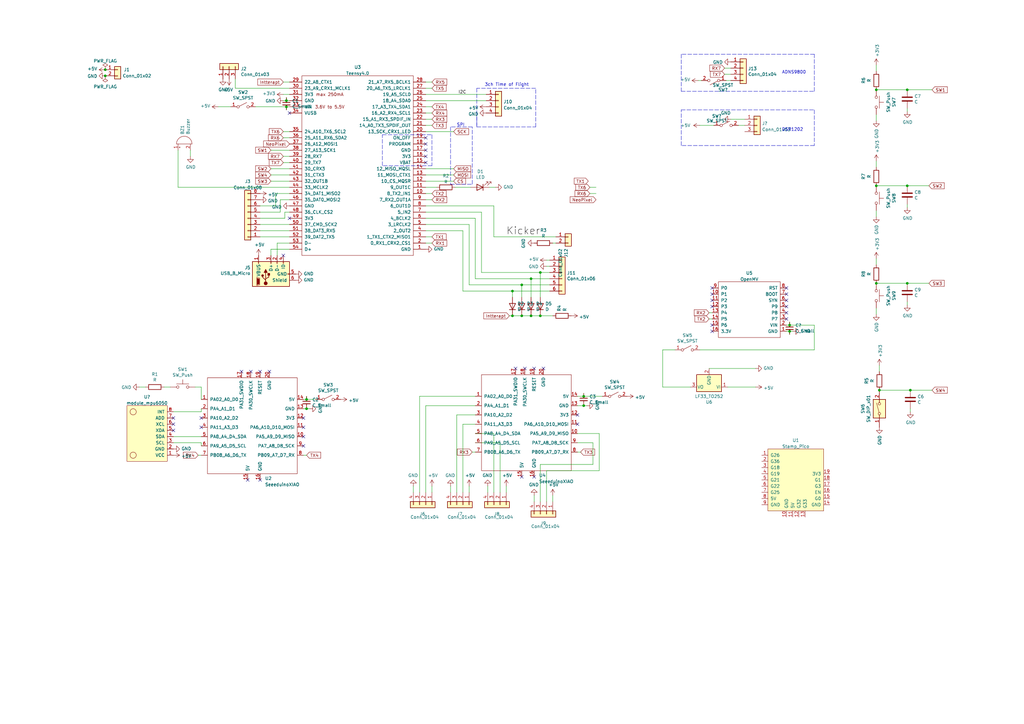
<source format=kicad_sch>
(kicad_sch (version 20211123) (generator eeschema)
  (paper "A3")
  (junction (at 217.805 129.54))
  (junction (at 372.11 36.83))
  (junction (at 43.18 31.115))
  (junction (at 373.38 160.02))
  (junction (at 210.185 129.54))
  (junction (at 213.995 116.84))
  (junction (at 372.11 116.205))
  (junction (at 359.41 36.83))
  (junction (at 221.615 111.76))
  (junction (at 125.73 167.64))
  (junction (at 217.805 114.3))
  (junction (at 125.73 163.83))
  (junction (at 360.68 160.02))
  (junction (at 117.475 43.815))
  (junction (at 359.41 76.2))
  (junction (at 213.995 129.54))
  (junction (at 221.615 129.54))
  (junction (at 210.185 119.38))
  (junction (at 239.395 166.37))
  (junction (at 323.85 135.89))
  (junction (at 43.18 28.575))
  (junction (at 323.85 133.35))
  (junction (at 117.475 41.275))
  (junction (at 239.395 162.56))
  (junction (at 359.41 116.205))
  (junction (at 372.11 76.2))
  (no_connect (at 118.745 89.535))
  (no_connect (at 292.1 135.89))
  (no_connect (at 124.46 179.07))
  (no_connect (at 99.06 152.4))
  (no_connect (at 118.745 46.355))
  (no_connect (at 174.625 64.135))
  (no_connect (at 292.1 120.65))
  (no_connect (at 106.68 152.4))
  (no_connect (at 236.855 173.99))
  (no_connect (at 213.995 195.58))
  (no_connect (at 222.885 151.13))
  (no_connect (at 219.075 151.13))
  (no_connect (at 101.6 196.85))
  (no_connect (at 322.58 118.11))
  (no_connect (at 322.58 128.27))
  (no_connect (at 116.205 104.775))
  (no_connect (at 322.58 125.73))
  (no_connect (at 71.12 176.53))
  (no_connect (at 174.625 56.515))
  (no_connect (at 124.46 182.88))
  (no_connect (at 292.1 123.19))
  (no_connect (at 292.1 133.35))
  (no_connect (at 174.625 61.595))
  (no_connect (at 124.46 171.45))
  (no_connect (at 102.87 152.4))
  (no_connect (at 322.58 120.65))
  (no_connect (at 292.1 118.11))
  (no_connect (at 236.855 170.18))
  (no_connect (at 124.46 175.26))
  (no_connect (at 110.49 152.4))
  (no_connect (at 82.55 171.45))
  (no_connect (at 322.58 123.19))
  (no_connect (at 211.455 151.13))
  (no_connect (at 106.68 196.85))
  (no_connect (at 71.12 171.45))
  (no_connect (at 219.075 195.58))
  (no_connect (at 71.12 173.99))
  (no_connect (at 322.58 130.81))
  (no_connect (at 174.625 59.055))
  (no_connect (at 292.1 125.73))
  (no_connect (at 82.55 175.26))
  (no_connect (at 215.265 151.13))
  (no_connect (at 174.625 66.675))
  (wire (pts (xy 287.02 51.435) (xy 292.735 51.435)))
  (wire (pts (xy 89.535 43.815) (xy 94.615 43.815)))
  (wire (pts (xy 177.165 51.435) (xy 174.625 51.435)))
  (wire (pts (xy 302.895 51.435) (xy 305.435 51.435)))
  (wire (pts (xy 116.205 53.975) (xy 118.745 53.975)))
  (wire (pts (xy 194.945 89.535) (xy 194.945 114.3)))
  (wire (pts (xy 82.55 182.88) (xy 82.55 181.61)))
  (wire (pts (xy 213.995 129.54) (xy 217.805 129.54)))
  (wire (pts (xy 174.625 94.615) (xy 189.865 94.615)))
  (wire (pts (xy 243.205 190.5) (xy 243.205 181.61)))
  (wire (pts (xy 189.865 201.93) (xy 189.865 173.99)))
  (wire (pts (xy 177.165 46.355) (xy 174.625 46.355)))
  (wire (pts (xy 236.855 162.56) (xy 239.395 162.56)))
  (polyline (pts (xy 156.845 67.945) (xy 156.845 55.245)))
  (wire (pts (xy 226.695 205.74) (xy 226.695 203.2)))
  (wire (pts (xy 125.73 167.64) (xy 124.46 167.64)))
  (wire (pts (xy 96.52 36.195) (xy 118.745 36.195)))
  (wire (pts (xy 174.625 48.895) (xy 177.165 48.895)))
  (wire (pts (xy 187.325 170.18) (xy 187.325 201.93)))
  (polyline (pts (xy 177.165 67.945) (xy 156.845 67.945)))
  (polyline (pts (xy 219.71 52.07) (xy 219.71 36.195)))
  (wire (pts (xy 174.625 84.455) (xy 202.565 84.455)))
  (wire (pts (xy 221.615 121.92) (xy 221.615 111.76)))
  (wire (pts (xy 174.625 99.695) (xy 177.165 99.695)))
  (wire (pts (xy 71.12 179.07) (xy 82.55 179.07)))
  (wire (pts (xy 224.155 205.74) (xy 224.155 193.04)))
  (wire (pts (xy 290.83 128.27) (xy 292.1 128.27)))
  (wire (pts (xy 241.935 79.375) (xy 244.475 79.375)))
  (wire (pts (xy 116.205 33.655) (xy 118.745 33.655)))
  (polyline (pts (xy 279.4 59.69) (xy 279.4 45.085)))
  (wire (pts (xy 359.41 88.9) (xy 359.41 86.36)))
  (wire (pts (xy 113.665 104.775) (xy 113.665 99.695)))
  (polyline (pts (xy 219.71 36.195) (xy 195.58 36.195)))
  (wire (pts (xy 381 116.205) (xy 372.11 116.205)))
  (wire (pts (xy 325.12 135.89) (xy 323.85 135.89)))
  (wire (pts (xy 82.55 168.91) (xy 82.55 167.64)))
  (polyline (pts (xy 156.845 55.245) (xy 177.165 55.245)))
  (wire (pts (xy 207.645 201.93) (xy 207.645 199.39)))
  (wire (pts (xy 174.625 71.755) (xy 186.055 71.755)))
  (wire (pts (xy 125.73 186.69) (xy 124.46 186.69)))
  (wire (pts (xy 82.55 181.61) (xy 71.12 181.61)))
  (wire (pts (xy 323.85 137.16) (xy 323.85 135.89)))
  (wire (pts (xy 186.69 76.835) (xy 193.04 76.835)))
  (wire (pts (xy 117.475 45.085) (xy 117.475 43.815)))
  (wire (pts (xy 82.55 163.83) (xy 82.55 158.75)))
  (wire (pts (xy 193.675 185.42) (xy 194.945 185.42)))
  (wire (pts (xy 113.665 99.695) (xy 118.745 99.695)))
  (wire (pts (xy 111.125 69.215) (xy 118.745 69.215)))
  (wire (pts (xy 290.83 151.13) (xy 309.88 151.13)))
  (wire (pts (xy 271.78 158.75) (xy 271.78 143.51)))
  (wire (pts (xy 359.41 29.21) (xy 359.41 26.67)))
  (wire (pts (xy 118.745 79.375) (xy 113.03 79.375)))
  (polyline (pts (xy 184.785 75.565) (xy 193.675 75.565)))
  (wire (pts (xy 297.18 27.94) (xy 299.72 27.94)))
  (wire (pts (xy 202.565 97.155) (xy 227.965 97.155)))
  (wire (pts (xy 114.935 81.915) (xy 114.935 86.995)))
  (polyline (pts (xy 279.4 22.225) (xy 279.4 37.465)))
  (wire (pts (xy 104.775 43.815) (xy 117.475 43.815)))
  (wire (pts (xy 334.01 143.51) (xy 334.01 133.35)))
  (wire (pts (xy 359.41 128.905) (xy 359.41 126.365)))
  (wire (pts (xy 224.155 109.22) (xy 225.425 109.22)))
  (wire (pts (xy 106.68 94.615) (xy 118.745 94.615)))
  (wire (pts (xy 82.55 158.75) (xy 80.01 158.75)))
  (wire (pts (xy 174.625 43.815) (xy 177.165 43.815)))
  (wire (pts (xy 187.325 170.18) (xy 194.945 170.18)))
  (wire (pts (xy 59.69 158.75) (xy 57.15 158.75)))
  (wire (pts (xy 186.055 69.215) (xy 174.625 69.215)))
  (polyline (pts (xy 334.01 37.465) (xy 334.01 22.225)))
  (wire (pts (xy 221.615 129.54) (xy 226.695 129.54)))
  (wire (pts (xy 224.155 193.04) (xy 245.745 193.04)))
  (wire (pts (xy 221.615 111.76) (xy 225.425 111.76)))
  (wire (pts (xy 359.41 76.2) (xy 372.11 76.2)))
  (wire (pts (xy 197.485 86.995) (xy 197.485 111.76)))
  (wire (pts (xy 205.105 201.93) (xy 205.105 181.61)))
  (polyline (pts (xy 334.01 22.225) (xy 279.4 22.225)))
  (wire (pts (xy 177.165 201.93) (xy 177.165 199.39)))
  (wire (pts (xy 172.085 162.56) (xy 194.945 162.56)))
  (wire (pts (xy 106.68 86.995) (xy 114.935 86.995)))
  (wire (pts (xy 323.85 133.35) (xy 322.58 133.35)))
  (wire (pts (xy 118.745 66.675) (xy 116.205 66.675)))
  (wire (pts (xy 174.625 79.375) (xy 177.165 79.375)))
  (wire (pts (xy 219.075 205.74) (xy 219.075 203.2)))
  (wire (pts (xy 125.73 162.56) (xy 125.73 163.83)))
  (wire (pts (xy 298.45 158.75) (xy 309.88 158.75)))
  (wire (pts (xy 297.815 33.02) (xy 299.72 33.02)))
  (wire (pts (xy 189.865 119.38) (xy 210.185 119.38)))
  (wire (pts (xy 373.38 167.64) (xy 373.38 168.91)))
  (wire (pts (xy 245.745 177.8) (xy 236.855 177.8)))
  (wire (pts (xy 106.68 97.155) (xy 118.745 97.155)))
  (wire (pts (xy 217.805 129.54) (xy 221.615 129.54)))
  (polyline (pts (xy 184.785 52.07) (xy 184.785 75.565)))
  (wire (pts (xy 286.385 33.02) (xy 287.655 33.02)))
  (wire (pts (xy 292.1 130.81) (xy 290.83 130.81)))
  (wire (pts (xy 381 76.2) (xy 372.11 76.2)))
  (wire (pts (xy 174.625 81.915) (xy 177.165 81.915)))
  (wire (pts (xy 360.68 160.02) (xy 373.38 160.02)))
  (wire (pts (xy 213.995 116.84) (xy 213.995 121.92)))
  (wire (pts (xy 359.41 108.585) (xy 359.41 106.045)))
  (wire (pts (xy 125.73 163.83) (xy 124.46 163.83)))
  (wire (pts (xy 174.625 53.975) (xy 186.055 53.975)))
  (polyline (pts (xy 177.165 55.245) (xy 177.165 67.945)))
  (wire (pts (xy 323.85 132.08) (xy 323.85 133.35)))
  (polyline (pts (xy 195.58 52.07) (xy 219.71 52.07)))
  (wire (pts (xy 202.565 84.455) (xy 202.565 97.155)))
  (wire (pts (xy 372.11 123.825) (xy 372.11 125.095)))
  (wire (pts (xy 73.025 76.835) (xy 118.745 76.835)))
  (wire (pts (xy 213.995 116.84) (xy 225.425 116.84)))
  (wire (pts (xy 194.945 114.3) (xy 217.805 114.3)))
  (wire (pts (xy 184.785 201.93) (xy 184.785 199.39)))
  (wire (pts (xy 174.625 36.195) (xy 177.165 36.195)))
  (wire (pts (xy 221.615 205.74) (xy 221.615 190.5)))
  (wire (pts (xy 111.125 102.235) (xy 111.125 104.775)))
  (wire (pts (xy 189.865 173.99) (xy 194.945 173.99)))
  (wire (pts (xy 224.155 106.68) (xy 225.425 106.68)))
  (wire (pts (xy 118.745 81.915) (xy 114.935 81.915)))
  (wire (pts (xy 125.73 163.83) (xy 129.54 163.83)))
  (wire (pts (xy 359.41 36.83) (xy 372.11 36.83)))
  (wire (pts (xy 217.805 114.3) (xy 225.425 114.3)))
  (wire (pts (xy 174.625 166.37) (xy 194.945 166.37)))
  (wire (pts (xy 372.11 83.82) (xy 372.11 85.09)))
  (wire (pts (xy 78.105 64.135) (xy 78.105 61.595)))
  (wire (pts (xy 192.405 116.84) (xy 213.995 116.84)))
  (wire (pts (xy 174.625 38.735) (xy 199.39 38.735)))
  (wire (pts (xy 127 167.64) (xy 125.73 167.64)))
  (wire (pts (xy 116.205 38.735) (xy 118.745 38.735)))
  (wire (pts (xy 174.625 92.075) (xy 192.405 92.075)))
  (wire (pts (xy 297.18 30.48) (xy 299.72 30.48)))
  (wire (pts (xy 197.485 111.76) (xy 221.615 111.76)))
  (wire (pts (xy 192.405 201.93) (xy 192.405 199.39)))
  (wire (pts (xy 113.03 79.375) (xy 113.03 84.455)))
  (wire (pts (xy 169.545 201.93) (xy 169.545 199.39)))
  (wire (pts (xy 239.395 162.56) (xy 247.015 162.56)))
  (wire (pts (xy 73.025 61.595) (xy 73.025 76.835)))
  (wire (pts (xy 174.625 41.275) (xy 199.39 41.275)))
  (wire (pts (xy 210.185 129.54) (xy 213.995 129.54)))
  (polyline (pts (xy 279.4 37.465) (xy 334.01 37.465)))
  (wire (pts (xy 202.565 177.8) (xy 202.565 201.93)))
  (wire (pts (xy 287.02 143.51) (xy 334.01 143.51)))
  (wire (pts (xy 299.72 48.895) (xy 305.435 48.895)))
  (wire (pts (xy 174.625 89.535) (xy 194.945 89.535)))
  (wire (pts (xy 239.395 162.56) (xy 239.395 161.29)))
  (wire (pts (xy 236.855 185.42) (xy 238.125 185.42)))
  (polyline (pts (xy 334.01 59.69) (xy 279.4 59.69)))
  (wire (pts (xy 208.915 129.54) (xy 210.185 129.54)))
  (wire (pts (xy 111.125 71.755) (xy 118.745 71.755)))
  (wire (pts (xy 174.625 33.655) (xy 177.165 33.655)))
  (polyline (pts (xy 195.58 52.07) (xy 195.58 47.625)))
  (wire (pts (xy 117.475 41.275) (xy 118.745 41.275)))
  (polyline (pts (xy 193.675 52.07) (xy 184.785 52.07)))
  (wire (pts (xy 210.185 119.38) (xy 225.425 119.38)))
  (wire (pts (xy 174.625 97.155) (xy 177.165 97.155)))
  (polyline (pts (xy 193.675 75.565) (xy 193.675 52.07)))
  (wire (pts (xy 360.68 152.4) (xy 360.68 149.86)))
  (wire (pts (xy 111.125 61.595) (xy 118.745 61.595)))
  (wire (pts (xy 359.41 116.205) (xy 372.11 116.205)))
  (wire (pts (xy 226.695 99.695) (xy 227.965 99.695)))
  (wire (pts (xy 111.125 74.295) (xy 118.745 74.295)))
  (wire (pts (xy 117.475 43.815) (xy 118.745 43.815)))
  (wire (pts (xy 174.625 76.835) (xy 179.07 76.835)))
  (wire (pts (xy 118.745 102.235) (xy 111.125 102.235)))
  (wire (pts (xy 116.84 89.535) (xy 106.68 89.535)))
  (wire (pts (xy 118.745 86.995) (xy 116.84 86.995)))
  (wire (pts (xy 382.27 160.02) (xy 373.38 160.02)))
  (wire (pts (xy 116.205 56.515) (xy 118.745 56.515)))
  (wire (pts (xy 106.68 92.075) (xy 118.745 92.075)))
  (wire (pts (xy 172.085 162.56) (xy 172.085 201.93)))
  (wire (pts (xy 194.945 177.8) (xy 202.565 177.8)))
  (wire (pts (xy 205.105 181.61) (xy 194.945 181.61)))
  (wire (pts (xy 116.205 64.135) (xy 118.745 64.135)))
  (wire (pts (xy 359.41 49.53) (xy 359.41 46.99)))
  (wire (pts (xy 334.01 133.35) (xy 323.85 133.35)))
  (wire (pts (xy 203.2 76.835) (xy 200.66 76.835)))
  (wire (pts (xy 217.805 121.92) (xy 217.805 114.3)))
  (wire (pts (xy 113.03 84.455) (xy 106.68 84.455)))
  (wire (pts (xy 243.205 181.61) (xy 236.855 181.61)))
  (wire (pts (xy 116.205 41.275) (xy 117.475 41.275)))
  (wire (pts (xy 323.85 135.89) (xy 322.58 135.89)))
  (wire (pts (xy 221.615 190.5) (xy 243.205 190.5)))
  (wire (pts (xy 71.12 168.91) (xy 82.55 168.91)))
  (wire (pts (xy 174.625 74.295) (xy 186.055 74.295)))
  (wire (pts (xy 372.11 36.83) (xy 382.27 36.83)))
  (wire (pts (xy 239.395 166.37) (xy 240.665 166.37)))
  (wire (pts (xy 271.78 143.51) (xy 276.86 143.51)))
  (polyline (pts (xy 195.58 36.195) (xy 195.58 52.07)))
  (wire (pts (xy 116.84 86.995) (xy 116.84 89.535)))
  (polyline (pts (xy 279.4 45.085) (xy 334.01 45.085)))
  (wire (pts (xy 189.865 94.615) (xy 189.865 119.38)))
  (polyline (pts (xy 334.01 45.085) (xy 334.01 59.69)))
  (wire (pts (xy 359.41 68.58) (xy 359.41 66.04)))
  (wire (pts (xy 96.52 36.195) (xy 96.52 32.385)))
  (wire (pts (xy 81.28 186.69) (xy 82.55 186.69)))
  (wire (pts (xy 174.625 86.995) (xy 197.485 86.995)))
  (wire (pts (xy 117.475 41.275) (xy 117.475 40.005)))
  (wire (pts (xy 192.405 92.075) (xy 192.405 116.84)))
  (wire (pts (xy 236.855 166.37) (xy 239.395 166.37)))
  (wire (pts (xy 241.935 76.835) (xy 244.475 76.835)))
  (wire (pts (xy 174.625 201.93) (xy 174.625 166.37)))
  (wire (pts (xy 69.85 158.75) (xy 67.31 158.75)))
  (wire (pts (xy 271.78 158.75) (xy 283.21 158.75)))
  (wire (pts (xy 210.185 121.92) (xy 210.185 119.38)))
  (wire (pts (xy 245.745 193.04) (xy 245.745 177.8)))
  (wire (pts (xy 200.025 201.93) (xy 200.025 199.39)))
  (wire (pts (xy 372.11 44.45) (xy 372.11 45.72)))
  (text "SPI" (at 187.325 52.07 0) (effects (font (size 1.27 1.27)) (justify left bottom)))
  (text "ADNS9800" (at 320.675 30.48 0) (effects (font (size 1.27 1.27)) (justify left bottom)))
  (text "DSR1202" (at 320.675 53.975 0) (effects (font (size 1.27 1.27)) (justify left bottom)))
  (text "3ch Time of Flight" (at 198.755 35.56 0) (effects (font (size 1.27 1.27)) (justify left bottom)))
  (label "I2C" (at 187.96 38.735 0))
  (label "Kicker" (at 221.615 97.155 180) (effects (font (size 2.9972 2.9972))))
  (global_label "RX2" (shape input) (at 177.165 81.915 0) (property "Intersheet References" "${INTERSHEET_REFS}" (effects hide)))
  (global_label "SW2" (shape input) (at 381 76.2 0) (property "Intersheet References" "${INTERSHEET_REFS}" (effects hide)))
  (global_label "TX6" (shape input) (at 116.205 53.975 180) (property "Intersheet References" "${INTERSHEET_REFS}" (effects hide)))
  (global_label "RX7" (shape input) (at 297.18 27.94 180) (property "Intersheet References" "${INTERSHEET_REFS}" (effects hide)))
  (global_label "CS" (shape input) (at 186.055 74.295 0) (property "Intersheet References" "${INTERSHEET_REFS}" (effects hide)))
  (global_label "SW1" (shape input) (at 111.125 61.595 180) (property "Intersheet References" "${INTERSHEET_REFS}" (effects hide)))
  (global_label "RX4" (shape input) (at 81.28 186.69 180) (property "Intersheet References" "${INTERSHEET_REFS}" (effects hide)))
  (global_label "TX2" (shape input) (at 177.165 79.375 0) (property "Intersheet References" "${INTERSHEET_REFS}" (effects hide)))
  (global_label "Intterapt" (shape input) (at 208.915 129.54 180) (property "Intersheet References" "${INTERSHEET_REFS}" (effects hide)))
  (global_label "TX2" (shape input) (at 290.83 130.81 180) (property "Intersheet References" "${INTERSHEET_REFS}" (effects hide)))
  (global_label "RX5" (shape input) (at 177.165 33.655 0) (property "Intersheet References" "${INTERSHEET_REFS}" (effects hide)))
  (global_label "TX7" (shape input) (at 116.205 66.675 180) (property "Intersheet References" "${INTERSHEET_REFS}" (effects hide)))
  (global_label "RX3" (shape input) (at 193.675 185.42 180) (property "Intersheet References" "${INTERSHEET_REFS}" (effects hide)))
  (global_label "TX4" (shape input) (at 125.73 186.69 0) (property "Intersheet References" "${INTERSHEET_REFS}" (effects hide)))
  (global_label "MISO" (shape input) (at 186.055 69.215 0) (property "Intersheet References" "${INTERSHEET_REFS}" (effects hide)))
  (global_label "TX3" (shape input) (at 177.165 51.435 0) (property "Intersheet References" "${INTERSHEET_REFS}" (effects hide)))
  (global_label "TX4" (shape input) (at 177.165 43.815 0) (property "Intersheet References" "${INTERSHEET_REFS}" (effects hide)))
  (global_label "Intterapt" (shape input) (at 116.205 33.655 180) (property "Intersheet References" "${INTERSHEET_REFS}" (effects hide)))
  (global_label "RX4" (shape input) (at 177.165 46.355 0) (property "Intersheet References" "${INTERSHEET_REFS}" (effects hide)))
  (global_label "NeoPixel" (shape input) (at 118.745 59.055 180) (property "Intersheet References" "${INTERSHEET_REFS}" (effects hide)))
  (global_label "RX3" (shape input) (at 177.165 48.895 0) (property "Intersheet References" "${INTERSHEET_REFS}" (effects hide)))
  (global_label "TX1" (shape input) (at 177.165 97.155 0) (property "Intersheet References" "${INTERSHEET_REFS}" (effects hide)))
  (global_label "RX1" (shape input) (at 177.165 99.695 0) (property "Intersheet References" "${INTERSHEET_REFS}" (effects hide)))
  (global_label "RX7" (shape input) (at 116.205 64.135 180) (property "Intersheet References" "${INTERSHEET_REFS}" (effects hide)))
  (global_label "SW3" (shape input) (at 381 116.205 0) (property "Intersheet References" "${INTERSHEET_REFS}" (effects hide)))
  (global_label "MOSI" (shape input) (at 186.055 71.755 0) (property "Intersheet References" "${INTERSHEET_REFS}" (effects hide)))
  (global_label "TX6" (shape input) (at 241.935 76.835 180) (property "Intersheet References" "${INTERSHEET_REFS}" (effects hide)))
  (global_label "TX3" (shape input) (at 238.125 185.42 0) (property "Intersheet References" "${INTERSHEET_REFS}" (effects hide)))
  (global_label "NeoPixel" (shape input) (at 244.475 81.915 180) (property "Intersheet References" "${INTERSHEET_REFS}" (effects hide)))
  (global_label "TX5" (shape input) (at 177.165 36.195 0) (property "Intersheet References" "${INTERSHEET_REFS}" (effects hide)))
  (global_label "RX2" (shape input) (at 290.83 128.27 180) (property "Intersheet References" "${INTERSHEET_REFS}" (effects hide)))
  (global_label "SW3" (shape input) (at 111.125 74.295 180) (property "Intersheet References" "${INTERSHEET_REFS}" (effects hide)))
  (global_label "SW2" (shape input) (at 111.125 69.215 180) (property "Intersheet References" "${INTERSHEET_REFS}" (effects hide)))
  (global_label "SW4" (shape input) (at 111.125 71.755 180) (property "Intersheet References" "${INTERSHEET_REFS}" (effects hide)))
  (global_label "RX6" (shape input) (at 241.935 79.375 180) (property "Intersheet References" "${INTERSHEET_REFS}" (effects hide)))
  (global_label "TX7" (shape input) (at 297.18 30.48 180) (property "Intersheet References" "${INTERSHEET_REFS}" (effects hide)))
  (global_label "TX1" (shape input) (at 241.3 74.295 180) (property "Intersheet References" "${INTERSHEET_REFS}" (effects hide)))
  (global_label "RX6" (shape input) (at 116.205 56.515 180) (property "Intersheet References" "${INTERSHEET_REFS}" (effects hide)))
  (global_label "SW1" (shape input) (at 382.27 36.83 0) (property "Intersheet References" "${INTERSHEET_REFS}" (effects hide)))
  (global_label "SW4" (shape input) (at 382.27 160.02 0) (property "Intersheet References" "${INTERSHEET_REFS}" (effects hide)))
  (global_label "SCK" (shape input) (at 186.055 53.975 0) (property "Intersheet References" "${INTERSHEET_REFS}" (effects hide)))
  (symbol (lib_id "power:+5V") (at 89.535 43.815 90) (unit 1)
    (property "Reference" "#PWR0129" (effects hide))
    (property "Value" "+5V" (at 86.2838 43.434 90) (effects (justify left)))
  )
  (symbol (lib_id "power:+5V") (at 139.7 163.83 270) (unit 1)
    (property "Reference" "#PWR0142" (effects hide))
    (property "Value" "+5V" (at 142.9512 164.211 90) (effects (justify left)))
  )
  (symbol (lib_id "power:+5V") (at 257.175 162.56 270) (unit 1)
    (property "Reference" "#PWR0120" (effects hide))
    (property "Value" "+5V" (at 260.4262 162.941 90) (effects (justify left)))
  )
  (symbol (lib_id "power:GND") (at 240.665 166.37 90) (unit 1)
    (property "Reference" "#PWR0119" (effects hide))
    (property "Value" "GND" (at 245.0592 166.243 0))
  )
  (symbol (lib_id "power:GND") (at 127 167.64 90) (unit 1)
    (property "Reference" "#PWR0141" (effects hide))
    (property "Value" "GND" (at 131.3942 167.513 0))
  )
  (symbol (lib_id "power:GND") (at 325.12 135.89 90) (unit 1)
    (property "Reference" "#PWR0103" (effects hide))
    (property "Value" "GND" (at 328.3712 135.763 90) (effects (justify right)))
  )
  (symbol (lib_id "power:GND") (at 116.205 41.275 270) (unit 1)
    (property "Reference" "#PWR0132" (effects hide))
    (property "Value" "GND" (at 112.9538 41.402 90) (effects (justify right)))
  )
  (symbol (lib_id "power:GND") (at 174.625 102.235 90) (unit 1)
    (property "Reference" "#PWR0117" (effects hide))
    (property "Value" "GND" (at 177.8762 102.108 90) (effects (justify right)))
  )
  (symbol (lib_id "power:GND") (at 299.72 48.895 270) (unit 1)
    (property "Reference" "#PWR0110" (effects hide))
    (property "Value" "GND" (at 299.72 46.355 90) (effects (justify right)))
  )
  (symbol (lib_id "power:+5V") (at 287.02 51.435 90) (unit 1)
    (property "Reference" "#PWR0109" (effects hide))
    (property "Value" "+5V" (at 283.21 51.435 90) (effects (justify left)))
  )
  (symbol (lib_id "Connector_Generic:Conn_01x02") (at 48.26 28.575 0) (unit 1)
    (property "Reference" "J1" (at 50.8 28.575 0) (effects (justify left)))
    (property "Value" "Conn_01x02" (at 50.292 31.0896 0) (effects (justify left)))
    (property "Footprint" "Connector_JST:JST_XH_B2B-XH-A_1x02_P2.50mm_Vertical" (effects hide))
  )
  (symbol (lib_id "power:+5V") (at 43.18 28.575 90) (unit 1)
    (property "Reference" "#PWR0130" (effects hide))
    (property "Value" "+5V" (at 39.9288 28.194 90) (effects (justify left)))
  )
  (symbol (lib_id "power:GND") (at 43.18 31.115 270) (unit 1)
    (property "Reference" "#PWR0128" (effects hide))
    (property "Value" "GND" (at 39.9288 31.242 90) (effects (justify right)))
  )
  (symbol (lib_id "power:+5V") (at 71.12 186.69 270) (unit 1)
    (property "Reference" "#PWR0139" (effects hide))
    (property "Value" "+5V" (at 74.3712 187.071 90) (effects (justify left)))
  )
  (symbol (lib_id "power:GND") (at 71.12 184.15 90) (unit 1)
    (property "Reference" "#PWR0140" (effects hide))
    (property "Value" "GND" (at 74.3712 184.023 90) (effects (justify right)))
  )
  (symbol (lib_id "Switch:SW_Push") (at 74.93 158.75 0) (unit 1)
    (property "Reference" "SW1" (at 74.93 151.511 0))
    (property "Value" "SW_Push" (at 74.93 153.8224 0))
    (property "Footprint" "Button_Switch_THT:SW_PUSH_6mm_H5mm" (effects hide))
  )
  (symbol (lib_id "Device:R") (at 63.5 158.75 270) (unit 1)
    (property "Reference" "R1" (at 63.5 153.4922 90))
    (property "Value" "R" (at 63.5 155.8036 90))
    (property "Footprint" "Resistor_THT:R_Axial_DIN0204_L3.6mm_D1.6mm_P5.08mm_Horizontal" (effects hide))
  )
  (symbol (lib_id "power:GND") (at 57.15 158.75 270) (unit 1)
    (property "Reference" "#PWR0135" (effects hide))
    (property "Value" "GND" (at 53.8988 158.877 90) (effects (justify right)))
  )
  (symbol (lib_id "power:+3.3V") (at 116.205 38.735 90) (unit 1)
    (property "Reference" "#PWR0133" (effects hide))
    (property "Value" "+3.3V" (at 112.9538 38.354 90) (effects (justify left)))
  )
  (symbol (lib_id "Connector_Generic:Conn_01x04") (at 174.625 207.01 270) (unit 1)
    (property "Reference" "J6" (at 172.085 210.82 90) (effects (justify left)))
    (property "Value" "Conn_01x04" (at 168.275 212.09 90) (effects (justify left)))
    (property "Footprint" "Connector_JST:JST_XH_B4B-XH-A_1x04_P2.50mm_Vertical" (effects hide))
  )
  (symbol (lib_id "power:+5V") (at 177.165 199.39 0) (unit 1)
    (property "Reference" "#PWR0144" (effects hide))
    (property "Value" "+5V" (at 177.546 194.9958 0))
  )
  (symbol (lib_id "power:GND") (at 169.545 199.39 180) (unit 1)
    (property "Reference" "#PWR0143" (effects hide))
    (property "Value" "GND" (at 169.418 194.9958 0))
  )
  (symbol (lib_id "Connector_Generic:Conn_01x02") (at 233.045 97.155 0) (unit 1)
    (property "Reference" "J12" (at 232.1306 101.9302 90) (effects (justify right)))
    (property "Value" "Conn_01x02" (at 229.8192 101.9302 90) (effects (justify right)))
    (property "Footprint" "Connector_JST:JST_XH_B2B-XH-A_1x02_P2.50mm_Vertical" (effects hide))
  )
  (symbol (lib_id "power:GND") (at 219.075 99.695 270) (unit 1)
    (property "Reference" "#PWR0116" (effects hide))
    (property "Value" "GND" (at 214.6808 99.822 0))
  )
  (symbol (lib_id "power:+5V") (at 224.155 106.68 90) (unit 1)
    (property "Reference" "#PWR0115" (effects hide))
    (property "Value" "+5V" (at 220.9038 106.299 90) (effects (justify left)))
  )
  (symbol (lib_id "power:GND") (at 224.155 109.22 270) (unit 1)
    (property "Reference" "#PWR0113" (effects hide))
    (property "Value" "GND" (at 220.9038 109.347 90) (effects (justify right)))
  )
  (symbol (lib_id "Connector_Generic:Conn_01x04") (at 189.865 207.01 270) (unit 1)
    (property "Reference" "J7" (at 187.325 210.82 90) (effects (justify left)))
    (property "Value" "Conn_01x04" (at 183.515 212.09 90) (effects (justify left)))
    (property "Footprint" "Connector_JST:JST_XH_B4B-XH-A_1x04_P2.50mm_Vertical" (effects hide))
  )
  (symbol (lib_id "power:+5V") (at 192.405 199.39 0) (unit 1)
    (property "Reference" "#PWR0153" (effects hide))
    (property "Value" "+5V" (at 192.786 194.9958 0))
  )
  (symbol (lib_id "power:GND") (at 184.785 199.39 180) (unit 1)
    (property "Reference" "#PWR0145" (effects hide))
    (property "Value" "GND" (at 184.658 194.9958 0))
  )
  (symbol (lib_id "Connector_Generic:Conn_01x04") (at 205.105 207.01 270) (unit 1)
    (property "Reference" "J8" (at 202.565 210.82 90) (effects (justify left)))
    (property "Value" "Conn_01x04" (at 198.755 212.09 90) (effects (justify left)))
    (property "Footprint" "Connector_JST:JST_XH_B4B-XH-A_1x04_P2.50mm_Vertical" (effects hide))
  )
  (symbol (lib_id "power:+5V") (at 207.645 199.39 0) (unit 1)
    (property "Reference" "#PWR0151" (effects hide))
    (property "Value" "+5V" (at 208.026 194.9958 0))
  )
  (symbol (lib_id "power:GND") (at 200.025 199.39 180) (unit 1)
    (property "Reference" "#PWR0154" (effects hide))
    (property "Value" "GND" (at 199.898 194.9958 0))
  )
  (symbol (lib_id "Connector_Generic:Conn_01x04") (at 224.155 210.82 270) (unit 1)
    (property "Reference" "J9" (at 221.615 214.63 90) (effects (justify left)))
    (property "Value" "Conn_01x04" (at 217.805 215.9 90) (effects (justify left)))
    (property "Footprint" "Connector_JST:JST_XH_B4B-XH-A_1x04_P2.50mm_Vertical" (effects hide))
  )
  (symbol (lib_id "power:+5V") (at 226.695 203.2 0) (unit 1)
    (property "Reference" "#PWR0150" (effects hide))
    (property "Value" "+5V" (at 227.076 198.8058 0))
  )
  (symbol (lib_id "power:GND") (at 219.075 203.2 180) (unit 1)
    (property "Reference" "#PWR0152" (effects hide))
    (property "Value" "GND" (at 218.948 198.8058 0))
  )
  (symbol (lib_id "Device:R") (at 230.505 129.54 90) (unit 1)
    (property "Reference" "R4" (at 229.3366 127.762 0) (effects (justify left)))
    (property "Value" "R" (at 231.648 127.762 0) (effects (justify left)))
    (property "Footprint" "Resistor_THT:R_Axial_DIN0204_L3.6mm_D1.6mm_P5.08mm_Horizontal" (effects hide))
  )
  (symbol (lib_id "Device:LED") (at 196.85 76.835 180) (unit 1)
    (property "Reference" "D1" (at 197.0278 70.358 0))
    (property "Value" "LED" (at 197.0278 72.6694 0))
    (property "Footprint" "LED_THT:LED_D3.0mm_Clear" (effects hide))
  )
  (symbol (lib_id "power:GND") (at 203.2 76.835 90) (unit 1)
    (property "Reference" "#PWR0118" (effects hide))
    (property "Value" "GND" (at 206.4512 76.708 90) (effects (justify right)))
  )
  (symbol (lib_id "Switch:SW_Push") (at 359.41 41.91 270) (unit 1)
    (property "Reference" "SW7" (at 366.649 41.91 0))
    (property "Value" "SW_Push" (at 364.3376 41.91 0))
    (property "Footprint" "Button_Switch_THT:SW_PUSH_6mm_H5mm" (effects hide))
  )
  (symbol (lib_id "power:+3.3V") (at 359.41 26.67 0) (unit 1)
    (property "Reference" "#PWR0112" (effects hide))
    (property "Value" "+3.3V" (at 359.791 23.4188 90) (effects (justify left)))
  )
  (symbol (lib_id "Device:R") (at 222.885 99.695 270) (unit 1)
    (property "Reference" "R3" (at 222.885 94.4372 90))
    (property "Value" "R" (at 222.885 96.7486 90))
    (property "Footprint" "Resistor_THT:R_Axial_DIN0204_L3.6mm_D1.6mm_P5.08mm_Horizontal" (effects hide))
  )
  (symbol (lib_id "Device:R") (at 359.41 33.02 0) (unit 1)
    (property "Reference" "R6" (at 354.1522 33.02 90))
    (property "Value" "R" (at 356.4636 33.02 90))
    (property "Footprint" "Resistor_THT:R_Axial_DIN0204_L3.6mm_D1.6mm_P5.08mm_Horizontal" (effects hide))
  )
  (symbol (lib_id "power:GND") (at 359.41 49.53 0) (unit 1)
    (property "Reference" "#PWR0106" (effects hide))
    (property "Value" "GND" (at 359.537 52.7812 90) (effects (justify right)))
  )
  (symbol (lib_id "Device:C") (at 372.11 40.64 0) (unit 1)
    (property "Reference" "C7" (at 375.031 39.4716 0) (effects (justify left)))
    (property "Value" "C" (at 375.031 41.783 0) (effects (justify left)))
    (property "Footprint" "Capacitor_THT:C_Disc_D3.0mm_W2.0mm_P2.50mm" (effects hide))
  )
  (symbol (lib_id "Regulator_Linear:LF33_TO252") (at 290.83 158.75 180) (unit 1)
    (property "Reference" "U6" (at 290.83 164.8968 0))
    (property "Value" "LF33_TO252" (at 290.83 162.5854 0))
    (property "Footprint" "Package_TO_SOT_SMD:TO-252-2" (effects hide))
    (property "Datasheet" "http://www.st.com/content/ccc/resource/technical/document/datasheet/c4/0e/7e/2a/be/bc/4c/bd/CD00000546.pdf/files/CD00000546.pdf/jcr:content/translations/en.CD00000546.pdf" (effects hide))
  )
  (symbol (lib_id "Connector_Generic:Conn_01x06") (at 230.505 111.76 0) (unit 1)
    (property "Reference" "J11" (at 232.537 111.9632 0) (effects (justify left)))
    (property "Value" "Conn_01x06" (at 232.537 114.2746 0) (effects (justify left)))
    (property "Footprint" "Connector_JST:JST_XH_B6B-XH-A_1x06_P2.50mm_Vertical" (effects hide))
  )
  (symbol (lib_id "Device:D") (at 221.615 125.73 90) (unit 1)
    (property "Reference" "D5" (at 223.647 124.5616 90) (effects (justify right)))
    (property "Value" "D" (at 223.647 126.873 90) (effects (justify right)))
    (property "Footprint" "Diode_THT:D_DO-41_SOD81_P7.62mm_Horizontal" (effects hide))
  )
  (symbol (lib_id "power:+5V") (at 309.88 158.75 270) (unit 1)
    (property "Reference" "#PWR0104" (effects hide))
    (property "Value" "+5V" (at 313.1312 159.131 90) (effects (justify left)))
  )
  (symbol (lib_id "power:GND") (at 309.88 151.13 90) (unit 1)
    (property "Reference" "#PWR0101" (effects hide))
    (property "Value" "GND" (at 313.1312 151.003 90) (effects (justify right)))
  )
  (symbol (lib_id "Device:D") (at 217.805 125.73 90) (unit 1)
    (property "Reference" "D4" (at 219.837 124.5616 90) (effects (justify right)))
    (property "Value" "D" (at 219.837 126.873 90) (effects (justify right)))
    (property "Footprint" "Diode_THT:D_DO-41_SOD81_P7.62mm_Horizontal" (effects hide))
  )
  (symbol (lib_id "Device:D") (at 213.995 125.73 90) (unit 1)
    (property "Reference" "D3" (at 216.027 124.5616 90) (effects (justify right)))
    (property "Value" "D" (at 216.027 126.873 90) (effects (justify right)))
    (property "Footprint" "Diode_THT:D_DO-41_SOD81_P7.62mm_Horizontal" (effects hide))
  )
  (symbol (lib_id "Device:D") (at 210.185 125.73 90) (unit 1)
    (property "Reference" "D2" (at 212.217 124.5616 90) (effects (justify right)))
    (property "Value" "D" (at 212.217 126.873 90) (effects (justify right)))
    (property "Footprint" "Diode_THT:D_DO-41_SOD81_P7.62mm_Horizontal" (effects hide))
  )
  (symbol (lib_id "power:GND") (at 372.11 45.72 0) (unit 1)
    (property "Reference" "#PWR0111" (effects hide))
    (property "Value" "GND" (at 372.237 50.1142 0))
  )
  (symbol (lib_id "power:GND") (at 359.41 88.9 0) (unit 1)
    (property "Reference" "#PWR0123" (effects hide))
    (property "Value" "GND" (at 359.537 92.1512 90) (effects (justify right)))
  )
  (symbol (lib_id "Device:R") (at 359.41 72.39 0) (unit 1)
    (property "Reference" "R7" (at 354.1522 72.39 90))
    (property "Value" "R" (at 356.4636 72.39 90))
    (property "Footprint" "Resistor_THT:R_Axial_DIN0204_L3.6mm_D1.6mm_P5.08mm_Horizontal" (effects hide))
  )
  (symbol (lib_id "power:+3.3V") (at 359.41 66.04 0) (unit 1)
    (property "Reference" "#PWR0105" (effects hide))
    (property "Value" "+3.3V" (at 359.791 62.7888 90) (effects (justify left)))
  )
  (symbol (lib_id "Switch:SW_Push") (at 359.41 81.28 270) (unit 1)
    (property "Reference" "SW8" (at 366.649 81.28 0))
    (property "Value" "SW_Push" (at 364.3376 81.28 0))
  )
  (symbol (lib_id "Device:C") (at 372.11 80.01 0) (unit 1)
    (property "Reference" "C8" (at 375.031 78.8416 0) (effects (justify left)))
    (property "Value" "C" (at 375.031 81.153 0) (effects (justify left)))
    (property "Footprint" "Capacitor_THT:C_Disc_D3.0mm_W2.0mm_P2.50mm" (effects hide))
  )
  (symbol (lib_id "power:GND") (at 372.11 85.09 0) (unit 1)
    (property "Reference" "#PWR0124" (effects hide))
    (property "Value" "GND" (at 372.237 89.4842 0))
  )
  (symbol (lib_id "Switch:SW_DIP_x01") (at 360.68 167.64 90) (unit 1)
    (property "Reference" "SW6" (at 353.8982 167.64 0))
    (property "Value" "SW_DIP_x01" (at 356.2096 167.64 0))
  )
  (symbol (lib_id "power:GND") (at 360.68 175.26 0) (unit 1)
    (property "Reference" "#PWR0125" (effects hide))
    (property "Value" "GND" (at 360.807 178.5112 90) (effects (justify right)))
  )
  (symbol (lib_id "Device:R") (at 360.68 156.21 0) (unit 1)
    (property "Reference" "R5" (at 355.4222 156.21 90))
    (property "Value" "R" (at 357.7336 156.21 90))
    (property "Footprint" "Resistor_THT:R_Axial_DIN0204_L3.6mm_D1.6mm_P5.08mm_Horizontal" (effects hide))
  )
  (symbol (lib_id "power:+3.3V") (at 360.68 149.86 0) (unit 1)
    (property "Reference" "#PWR0126" (effects hide))
    (property "Value" "+3.3V" (at 361.061 146.6088 90) (effects (justify left)))
  )
  (symbol (lib_id "Device:C") (at 373.38 163.83 0) (unit 1)
    (property "Reference" "C6" (at 376.301 162.6616 0) (effects (justify left)))
    (property "Value" "C" (at 376.301 164.973 0) (effects (justify left)))
    (property "Footprint" "Capacitor_THT:C_Disc_D3.0mm_W2.0mm_P2.50mm" (effects hide))
  )
  (symbol (lib_id "power:GND") (at 373.38 168.91 0) (unit 1)
    (property "Reference" "#PWR0121" (effects hide))
    (property "Value" "GND" (at 373.507 173.3042 0))
  )
  (symbol (lib_id "Device:Buzzer") (at 75.565 59.055 90) (unit 1)
    (property "Reference" "BZ1" (at 74.8284 55.1942 0) (effects (justify left)))
    (property "Value" "Buzzer" (at 77.1398 55.1942 0) (effects (justify left)))
    (property "Footprint" "Buzzer_Beeper:Buzzer_15x7.5RM7.6" (effects hide))
  )
  (symbol (lib_id "power:GND") (at 78.105 64.135 0) (unit 1)
    (property "Reference" "#PWR0147" (effects hide))
    (property "Value" "GND" (at 78.232 68.5292 0))
  )
  (symbol (lib_id "Device:C_Small") (at 125.73 165.1 0) (unit 1)
    (property "Reference" "C2" (at 128.0668 163.9316 0) (effects (justify left)))
    (property "Value" "C_Small" (at 128.0668 166.243 0) (effects (justify left)))
    (property "Footprint" "Capacitor_THT:C_Disc_D3.0mm_W2.0mm_P2.50mm" (effects hide))
  )
  (symbol (lib_id "Device:C_Small") (at 239.395 163.83 0) (unit 1)
    (property "Reference" "C3" (at 241.7318 162.6616 0) (effects (justify left)))
    (property "Value" "C_Small" (at 241.7318 164.973 0) (effects (justify left)))
    (property "Footprint" "Capacitor_THT:C_Disc_D3.0mm_W2.0mm_P2.50mm" (effects hide))
  )
  (symbol (lib_id "Device:C_Small") (at 117.475 42.545 0) (unit 1)
    (property "Reference" "C1" (at 119.8118 41.3766 0) (effects (justify left)))
    (property "Value" "C_Small" (at 119.8118 43.688 0) (effects (justify left)))
    (property "Footprint" "Capacitor_THT:C_Disc_D3.0mm_W2.0mm_P2.50mm" (effects hide))
  )
  (symbol (lib_id "power:GND") (at 372.11 125.095 0) (unit 1)
    (property "Reference" "#PWR0127" (effects hide))
    (property "Value" "GND" (at 372.237 129.4892 0))
  )
  (symbol (lib_id "Device:C") (at 372.11 120.015 0) (unit 1)
    (property "Reference" "C9" (at 375.031 118.8466 0) (effects (justify left)))
    (property "Value" "C" (at 375.031 121.158 0) (effects (justify left)))
    (property "Footprint" "Capacitor_THT:C_Disc_D3.0mm_W2.0mm_P2.50mm" (effects hide))
  )
  (symbol (lib_id "Switch:SW_Push") (at 359.41 121.285 270) (unit 1)
    (property "Reference" "SW9" (at 366.649 121.285 0))
    (property "Value" "SW_Push" (at 364.3376 121.285 0))
  )
  (symbol (lib_id "power:+3.3V") (at 359.41 106.045 0) (unit 1)
    (property "Reference" "#PWR0122" (effects hide))
    (property "Value" "+3.3V" (at 359.791 102.7938 90) (effects (justify left)))
  )
  (symbol (lib_id "Device:R") (at 359.41 112.395 0) (unit 1)
    (property "Reference" "R8" (at 354.1522 112.395 90))
    (property "Value" "R" (at 356.4636 112.395 90))
    (property "Footprint" "Resistor_THT:R_Axial_DIN0204_L3.6mm_D1.6mm_P5.08mm_Horizontal" (effects hide))
  )
  (symbol (lib_id "power:GND") (at 359.41 128.905 0) (unit 1)
    (property "Reference" "#PWR0102" (effects hide))
    (property "Value" "GND" (at 359.537 132.1562 90) (effects (justify right)))
  )
  (symbol (lib_id "Connector:USB_B_Micro") (at 111.125 112.395 90) (unit 1)
    (property "Reference" "J5" (at 102.743 109.7788 90) (effects (justify left)))
    (property "Value" "USB_B_Micro" (at 102.743 112.0902 90) (effects (justify left)))
  )
  (symbol (lib_id "power:+5V") (at 106.045 104.775 0) (unit 1)
    (property "Reference" "#PWR0137" (effects hide))
    (property "Value" "+5V" (at 106.426 100.3808 0))
  )
  (symbol (lib_id "power:GND") (at 121.285 112.395 90) (unit 1)
    (property "Reference" "#PWR0136" (effects hide))
    (property "Value" "GND" (at 124.5362 112.268 90) (effects (justify right)))
  )
  (symbol (lib_id "power:GND") (at 121.285 114.935 90) (unit 1)
    (property "Reference" "#PWR0138" (effects hide))
    (property "Value" "GND" (at 124.5362 114.808 90) (effects (justify right)))
  )
  (symbol (lib_id "Switch:SW_SPST") (at 281.94 143.51 0) (unit 1)
    (property "Reference" "SW5" (at 281.94 137.541 0))
    (property "Value" "SW_SPST" (at 281.94 139.8524 0))
  )
  (symbol (lib_id "Switch:SW_SPST") (at 99.695 43.815 0) (unit 1)
    (property "Reference" "SW2" (at 99.695 37.846 0))
    (property "Value" "SW_SPST" (at 99.695 40.1574 0))
  )
  (symbol (lib_id "Switch:SW_SPST") (at 252.095 162.56 0) (unit 1)
    (property "Reference" "SW4" (at 252.095 156.591 0))
    (property "Value" "SW_SPST" (at 252.095 158.9024 0))
  )
  (symbol (lib_id "Switch:SW_SPST") (at 134.62 163.83 0) (unit 1)
    (property "Reference" "SW3" (at 134.62 157.861 0))
    (property "Value" "SW_SPST" (at 134.62 160.1724 0))
  )
  (symbol (lib_id "Connector_Generic:Conn_01x03") (at 93.98 27.305 90) (unit 1)
    (property "Reference" "J2" (at 98.7552 28.2194 90) (effects (justify right)))
    (property "Value" "Conn_01x03" (at 98.7552 30.5308 90) (effects (justify right)))
  )
  (symbol (lib_id "power:GND") (at 91.44 32.385 0) (unit 1)
    (property "Reference" "#PWR0131" (effects hide))
    (property "Value" "GND" (at 91.567 36.7792 0))
  )
  (symbol (lib_id "power:+5V") (at 93.98 32.385 180) (unit 1)
    (property "Reference" "#PWR0134" (effects hide))
    (property "Value" "+5V" (at 93.599 36.7792 0))
  )
  (symbol (lib_id "Connector_Generic:Conn_01x04") (at 304.8 27.94 0) (unit 1)
    (property "Reference" "J13" (at 306.832 28.1432 0) (effects (justify left)))
    (property "Value" "Conn_01x04" (at 306.832 30.4546 0) (effects (justify left)))
  )
  (symbol (lib_id "power:GND") (at 106.68 81.915 90) (unit 1)
    (property "Reference" "#PWR0149" (effects hide))
    (property "Value" "GND" (at 109.855 82.3488 90) (effects (justify right)))
  )
  (symbol (lib_id "Seeeduino XIAO:SeeeduinoXIAO") (at 216.535 173.99 0) (unit 1)
    (property "Reference" "U4" (at 221.0944 194.9434 0) (effects (justify left)))
    (property "Value" "SeeeduinoXIAO" (at 221.0944 197.4803 0) (effects (justify left)))
  )
  (symbol (lib_id "power:GND") (at 199.39 46.355 270) (unit 1)
    (property "Reference" "#PWR?" (effects hide))
    (property "Value" "GND" (at 196.2151 46.7888 90) (effects (justify right)))
  )
  (symbol (lib_id "OpenMV:OpenMV") (at 307.34 121.92 0) (unit 1)
    (property "Reference" "U5" (at 307.34 111.9972 0))
    (property "Value" "OpenMV" (at 307.34 114.5341 0))
  )
  (symbol (lib_id "power:+5V") (at 199.39 43.815 90) (unit 1)
    (property "Reference" "#PWR?" (effects hide))
    (property "Value" "+5V" (at 196.2151 44.2488 90) (effects (justify left)))
  )
  (symbol (lib_id "Device:R") (at 182.88 76.835 90) (unit 1)
    (property "Reference" "R2" (at 182.88 72.1192 90))
    (property "Value" "R" (at 182.88 74.6561 90))
  )
  (symbol (lib_id "power:GND") (at 299.72 25.4 270) (unit 1)
    (property "Reference" "#PWR0107" (effects hide))
    (property "Value" "GND" (at 296.4688 25.527 90) (effects (justify right)))
  )
  (symbol (lib_id "Switch:SW_SPST") (at 292.735 33.02 180) (unit 1)
    (property "Reference" "SW?" (at 296.545 36.83 0))
    (property "Value" "SW_SPST" (at 296.545 34.925 0))
  )
  (symbol (lib_id "power:PWR_FLAG") (at 43.18 28.575 0) (unit 1)
    (property "Reference" "#FLG?" (effects hide))
    (property "Value" "PWR_FLAG" (at 43.18 24.9992 0))
  )
  (symbol (lib_id "power:PWR_FLAG") (at 43.18 31.115 180) (unit 1)
    (property "Reference" "#FLG?" (effects hide))
    (property "Value" "PWR_FLAG" (at 43.18 35.5584 0))
  )
  (symbol (lib_id "power:+5V") (at 234.315 129.54 270) (unit 1)
    (property "Reference" "#PWR0114" (effects hide))
    (property "Value" "+5V" (at 237.49 129.9738 90) (effects (justify left)))
  )
  (symbol (lib_id "Seeeduino XIAO:SeeeduinoXIAO") (at 104.14 175.26 0) (unit 1)
    (property "Reference" "U2" (at 108.6994 196.2134 0) (effects (justify left)))
    (property "Value" "SeeeduinoXIAO" (at 108.6994 198.7503 0) (effects (justify left)))
  )
  (symbol (lib_id "power:GND") (at 118.745 84.455 270) (unit 1)
    (property "Reference" "#PWR0146" (effects hide))
    (property "Value" "GND" (at 115.5701 84.8888 90) (effects (justify right)))
  )
  (symbol (lib_id "StampPico_template:Stamp_Pico") (at 326.39 196.85 0) (unit 1)
    (property "Reference" "U1" (at 326.39 180.5772 0))
    (property "Value" "Stamp_Pico" (at 326.39 183.1141 0))
  )
  (symbol (lib_id "Switch:SW_SPST") (at 297.815 51.435 0) (unit 1)
    (property "Reference" "SW?" (at 294.005 47.625 0))
    (property "Value" "SW_SPST" (at 294.005 49.53 0))
  )
  (symbol (lib_id "Connector_Generic:Conn_01x03") (at 310.515 51.435 0) (unit 1)
    (property "Reference" "J?" (at 312.547 50.6003 0) (effects (justify left)))
    (property "Value" "Conn_01x03" (at 312.547 53.1372 0) (effects (justify left)))
  )
  (symbol (lib_id "usini_sensors:module_mpu6050") (at 71.12 168.91 180) (unit 1)
    (property "Reference" "U?" (at 60.325 162.7972 0))
    (property "Value" "module_mpu6050" (at 60.325 165.3341 0))
    (property "Footprint" "usini_sensors:module_mpu6050" (effects hide))
  )
  (symbol (lib_id "teensy:Teensy4.0") (at 146.685 67.945 180) (unit 1)
    (property "Reference" "U3" (at 146.685 27.5422 0))
    (property "Value" "Teensy4.0" (at 146.685 30.0791 0))
  )
  (symbol (lib_id "power:+5V") (at 286.385 33.02 90) (unit 1)
    (property "Reference" "#PWR0108" (effects hide))
    (property "Value" "+5V" (at 283.1338 32.639 90) (effects (justify left)))
  )
  (symbol (lib_id "Device:C_Small") (at 323.85 134.62 0) (unit 1)
    (property "Reference" "C?" (at 326.1868 133.4516 0) (effects (justify left)))
    (property "Value" "C_Small" (at 326.1868 135.763 0) (effects (justify left)))
    (property "Footprint" "Capacitor_THT:C_Disc_D3.0mm_W2.0mm_P2.50mm" (effects hide))
  )
  (symbol (lib_id "Connector_Generic:Conn_01x08") (at 101.6 89.535 180) (unit 1)
    (property "Reference" "J3" (at 101.6 74.4052 0))
    (property "Value" "Conn_01x08" (at 101.6 76.9421 0))
  )
  (symbol (lib_id "power:+5V") (at 106.68 79.375 270) (unit 1)
    (property "Reference" "#PWR0148" (effects hide))
    (property "Value" "+5V" (at 109.855 79.8088 90) (effects (justify left)))
  )
  (symbol (lib_id "Connector_Generic:Conn_01x04") (at 204.47 41.275 0) (unit 1)
    (property "Reference" "J10" (at 206.502 41.7103 0) (effects (justify left)))
    (property "Value" "Conn_01x04" (at 206.502 44.2472 0) (effects (justify left)))
  )
)
</source>
